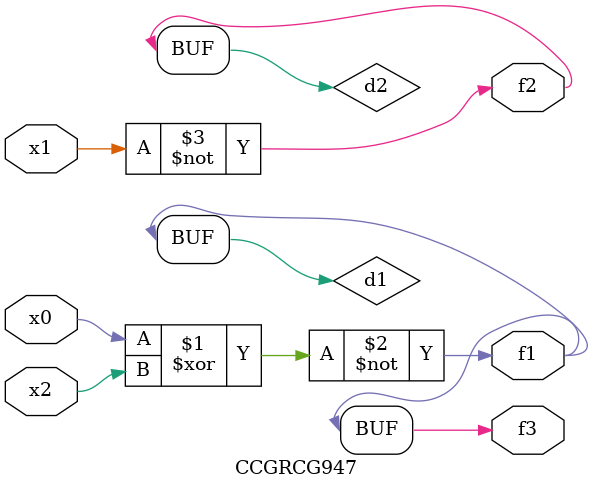
<source format=v>
module CCGRCG947(
	input x0, x1, x2,
	output f1, f2, f3
);

	wire d1, d2, d3;

	xnor (d1, x0, x2);
	nand (d2, x1);
	nor (d3, x1, x2);
	assign f1 = d1;
	assign f2 = d2;
	assign f3 = d1;
endmodule

</source>
